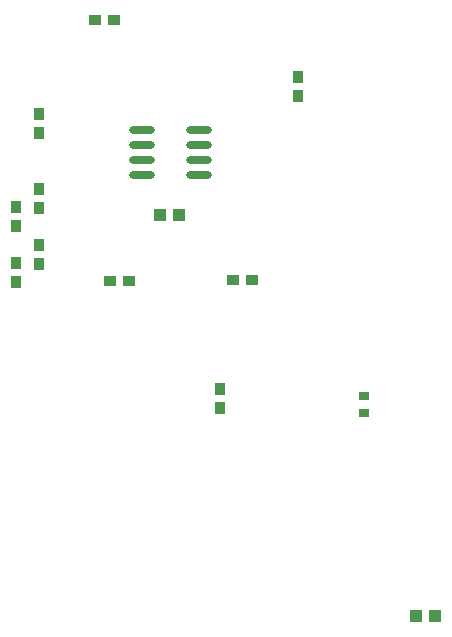
<source format=gbp>
G04*
G04 #@! TF.GenerationSoftware,Altium Limited,Altium Designer,18.1.6 (161)*
G04*
G04 Layer_Color=128*
%FSLAX25Y25*%
%MOIN*%
G70*
G01*
G75*
%ADD25R,0.03740X0.03937*%
%ADD26R,0.04134X0.03937*%
%ADD27O,0.08661X0.02362*%
%ADD28R,0.03543X0.02756*%
%ADD29R,0.03937X0.03740*%
D25*
X44500Y135150D02*
D03*
Y128850D02*
D03*
X105000Y87051D02*
D03*
Y80752D02*
D03*
X37000Y122850D02*
D03*
Y129150D02*
D03*
X44500Y153902D02*
D03*
Y147602D02*
D03*
X131000Y184850D02*
D03*
Y191150D02*
D03*
X44500Y178650D02*
D03*
Y172350D02*
D03*
X37000Y141350D02*
D03*
Y147650D02*
D03*
D26*
X91150Y145000D02*
D03*
X84850D02*
D03*
X176500Y11500D02*
D03*
X170201D02*
D03*
D27*
X78902Y158500D02*
D03*
Y163500D02*
D03*
Y168500D02*
D03*
Y173500D02*
D03*
X97799Y158500D02*
D03*
Y163500D02*
D03*
Y168500D02*
D03*
Y173500D02*
D03*
D28*
X153000Y78980D02*
D03*
Y84886D02*
D03*
D29*
X74650Y123000D02*
D03*
X68350D02*
D03*
X109350Y123500D02*
D03*
X115650D02*
D03*
X69496Y210000D02*
D03*
X63197D02*
D03*
M02*

</source>
